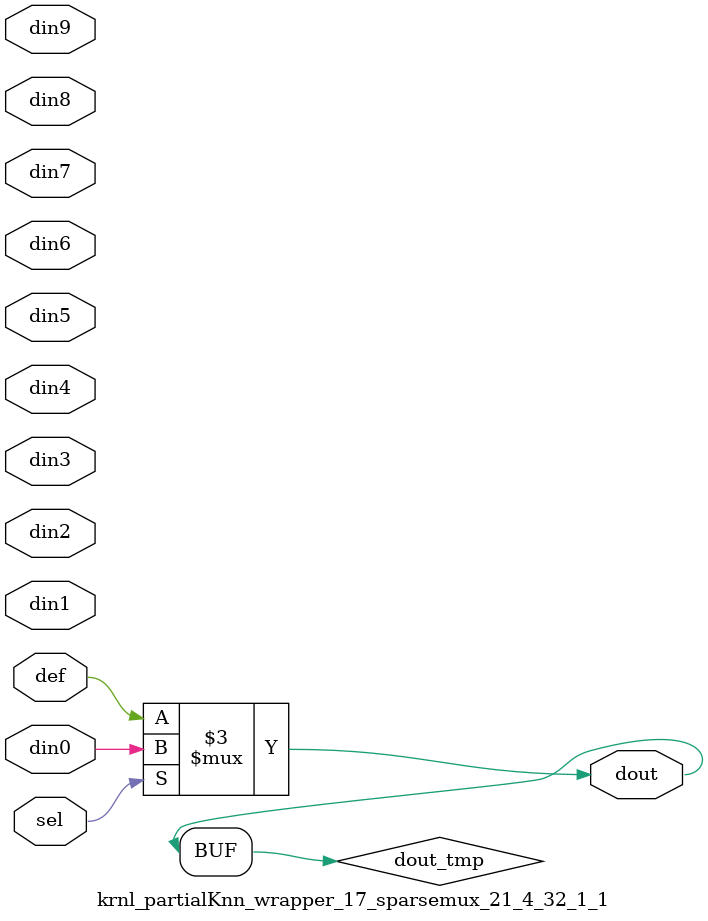
<source format=v>
`timescale 1 ns / 1 ps
module krnl_partialKnn_wrapper_17_sparsemux_21_4_32_1_1 (din0,din1,din2,din3,din4,din5,din6,din7,din8,din9,def,sel,dout);
parameter din0_WIDTH = 1;
parameter din1_WIDTH = 1;
parameter din2_WIDTH = 1;
parameter din3_WIDTH = 1;
parameter din4_WIDTH = 1;
parameter din5_WIDTH = 1;
parameter din6_WIDTH = 1;
parameter din7_WIDTH = 1;
parameter din8_WIDTH = 1;
parameter din9_WIDTH = 1;
parameter def_WIDTH = 1;
parameter sel_WIDTH = 1;
parameter dout_WIDTH = 1;
parameter [sel_WIDTH-1:0] CASE0 = 1;
parameter [sel_WIDTH-1:0] CASE1 = 1;
parameter [sel_WIDTH-1:0] CASE2 = 1;
parameter [sel_WIDTH-1:0] CASE3 = 1;
parameter [sel_WIDTH-1:0] CASE4 = 1;
parameter [sel_WIDTH-1:0] CASE5 = 1;
parameter [sel_WIDTH-1:0] CASE6 = 1;
parameter [sel_WIDTH-1:0] CASE7 = 1;
parameter [sel_WIDTH-1:0] CASE8 = 1;
parameter [sel_WIDTH-1:0] CASE9 = 1;
parameter ID = 1;
parameter NUM_STAGE = 1;
input [din0_WIDTH-1:0] din0;
input [din1_WIDTH-1:0] din1;
input [din2_WIDTH-1:0] din2;
input [din3_WIDTH-1:0] din3;
input [din4_WIDTH-1:0] din4;
input [din5_WIDTH-1:0] din5;
input [din6_WIDTH-1:0] din6;
input [din7_WIDTH-1:0] din7;
input [din8_WIDTH-1:0] din8;
input [din9_WIDTH-1:0] din9;
input [def_WIDTH-1:0] def;
input [sel_WIDTH-1:0] sel;
output [dout_WIDTH-1:0] dout;
reg [dout_WIDTH-1:0] dout_tmp;
always @ (*) begin
case (sel)
    
    CASE0 : dout_tmp = din0;
    
    CASE1 : dout_tmp = din1;
    
    CASE2 : dout_tmp = din2;
    
    CASE3 : dout_tmp = din3;
    
    CASE4 : dout_tmp = din4;
    
    CASE5 : dout_tmp = din5;
    
    CASE6 : dout_tmp = din6;
    
    CASE7 : dout_tmp = din7;
    
    CASE8 : dout_tmp = din8;
    
    CASE9 : dout_tmp = din9;
    
    default : dout_tmp = def;
endcase
end
assign dout = dout_tmp;
endmodule
</source>
